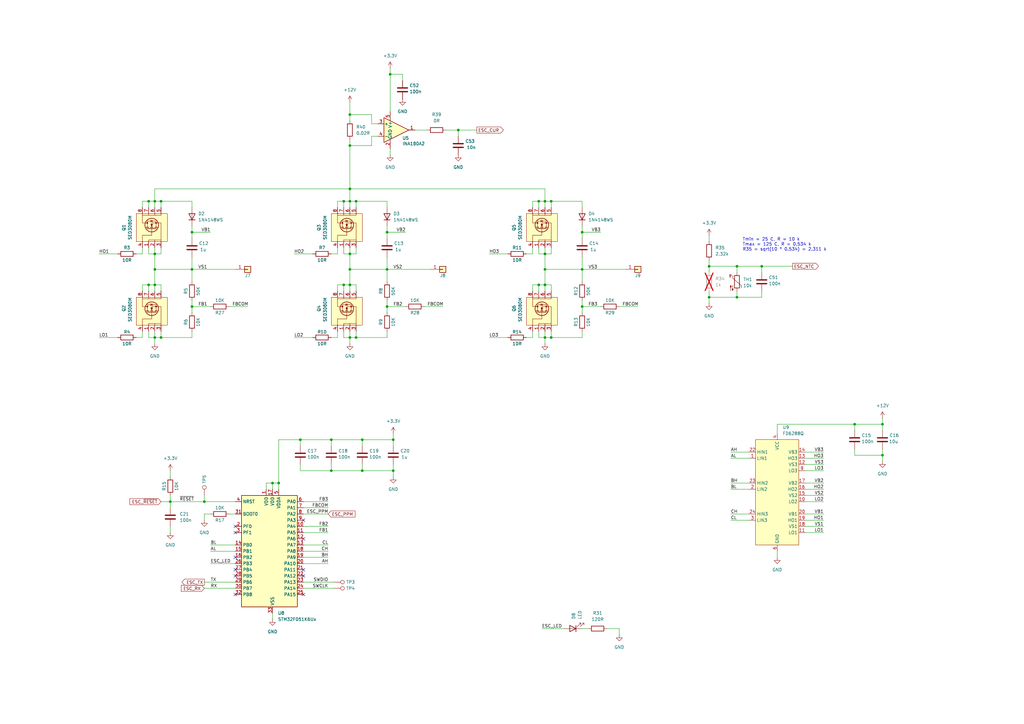
<source format=kicad_sch>
(kicad_sch (version 20231120) (generator "eeschema") (generator_version "8.0")
  (paper "A3")
  (lib_symbols
    (symbol "Amplifier_Current:INA180A2" (pin_names (offset 0.127))
      (property "Reference" "U" (at 3.81 3.81 0))
      (property "Value" "INA180A2" (at 3.81 -2.54 0))
      (symbol "INA180A2_1_1"
        (pin output line (at 7.62 0 180) (length 2.54) (name "~") (number "1"))
        (pin power_in line (at -2.54 -7.62 90) (length 3.81) (name "GND") (number "2"))
        (pin input line (at -7.62 2.54 0) (length 2.54) (name "+") (number "3"))
        (pin input line (at -7.62 -2.54 0) (length 2.54) (name "-") (number "4"))
        (pin power_in line (at -2.54 7.62 270) (length 3.81) (name "V+") (number "5"))
      )
    )
    (symbol "Connector:TestPoint" (pin_numbers hide) (pin_names (offset 0.762) hide)
      (property "Reference" "TP" (at 0 6.858 0))
      (property "Value" "TestPoint" (at 0 5.08 0))
      (symbol "TestPoint_1_1"
        (pin passive line (at 0 0 90) (length 2.54) (name "1") (number "1"))
      )
    )
    (symbol "Connector_Generic:Conn_01x01" (pin_names (offset 1.016) hide)
      (property "Reference" "J" (at 0 2.54 0))
      (property "Value" "Conn_01x01" (at 0 -2.54 0))
      (symbol "Conn_01x01_1_1"
        (pin passive line (at -5.08 0 0) (length 3.81) (name "Pin_1") (number "1"))
      )
    )
    (symbol "Device:C" (pin_numbers hide) (pin_names (offset 0.254))
      (property "Reference" "C" (at 0.635 2.54 0))
      (property "Value" "C" (at 0.635 -2.54 0))
      (symbol "C_1_1"
        (pin passive line (at 0 3.81 270) (length 2.794) (name "~") (number "1"))
        (pin passive line (at 0 -3.81 90) (length 2.794) (name "~") (number "2"))
      )
    )
    (symbol "Device:LED" (pin_numbers hide) (pin_names (offset 1.016) hide)
      (property "Reference" "D" (at 0 2.54 0))
      (property "Value" "LED" (at 0 -2.54 0))
      (symbol "LED_1_1"
        (pin passive line (at -3.81 0 0) (length 2.54) (name "K") (number "1"))
        (pin passive line (at 3.81 0 180) (length 2.54) (name "A") (number "2"))
      )
    )
    (symbol "Device:R" (pin_numbers hide) (pin_names (offset 0))
      (property "Reference" "R" (at 2.032 0 90))
      (property "Value" "R" (at 0 0 90))
      (symbol "R_1_1"
        (pin passive line (at 0 3.81 270) (length 1.27) (name "~") (number "1"))
        (pin passive line (at 0 -3.81 90) (length 1.27) (name "~") (number "2"))
      )
    )
    (symbol "Device:Thermistor_NTC" (pin_numbers hide) (pin_names (offset 0))
      (property "Reference" "TH" (at -4.445 0 90))
      (property "Value" "Thermistor_NTC" (at 3.175 0 90))
      (symbol "Thermistor_NTC_1_1"
        (pin passive line (at 0 3.81 270) (length 1.27) (name "~") (number "1"))
        (pin passive line (at 0 -3.81 90) (length 1.27) (name "~") (number "2"))
      )
    )
    (symbol "Diode:1N4148WS" (pin_numbers hide) (pin_names hide)
      (property "Reference" "D" (at 0 2.54 0))
      (property "Value" "1N4148WS" (at 0 -2.54 0))
      (symbol "1N4148WS_1_1"
        (pin passive line (at -3.81 0 0) (length 2.54) (name "K") (number "1"))
        (pin passive line (at 3.81 0 180) (length 2.54) (name "A") (number "2"))
      )
    )
    (symbol "MCU_ST_STM32F0:STM32F051K6Ux"
      (property "Reference" "U" (at -10.16 24.13 0))
      (property "Value" "STM32F051K6Ux" (at 7.62 24.13 0))
      (symbol "STM32F051K6Ux_1_1"
        (pin power_in line (at 0 25.4 270) (length 2.54) (name "VDD") (number "1"))
        (pin bidirectional line (at 15.24 10.16 180) (length 2.54) (name "PA4") (number "10"))
        (pin bidirectional line (at 15.24 7.62 180) (length 2.54) (name "PA5") (number "11"))
        (pin bidirectional line (at 15.24 5.08 180) (length 2.54) (name "PA6") (number "12"))
        (pin bidirectional line (at 15.24 2.54 180) (length 2.54) (name "PA7") (number "13"))
        (pin bidirectional line (at -12.7 2.54 0) (length 2.54) (name "PB0") (number "14"))
        (pin bidirectional line (at -12.7 0 0) (length 2.54) (name "PB1") (number "15"))
        (pin bidirectional line (at -12.7 -2.54 0) (length 2.54) (name "PB2") (number "16"))
        (pin power_in line (at 2.54 25.4 270) (length 2.54) (name "VDD") (number "17"))
        (pin bidirectional line (at 15.24 0 180) (length 2.54) (name "PA8") (number "18"))
        (pin bidirectional line (at 15.24 -2.54 180) (length 2.54) (name "PA9") (number "19"))
        (pin bidirectional line (at -12.7 10.16 0) (length 2.54) (name "PF0") (number "2"))
        (pin bidirectional line (at 15.24 -5.08 180) (length 2.54) (name "PA10") (number "20"))
        (pin bidirectional line (at 15.24 -7.62 180) (length 2.54) (name "PA11") (number "21"))
        (pin bidirectional line (at 15.24 -10.16 180) (length 2.54) (name "PA12") (number "22"))
        (pin bidirectional line (at 15.24 -12.7 180) (length 2.54) (name "PA13") (number "23"))
        (pin bidirectional line (at 15.24 -15.24 180) (length 2.54) (name "PA14") (number "24"))
        (pin bidirectional line (at 15.24 -17.78 180) (length 2.54) (name "PA15") (number "25"))
        (pin bidirectional line (at -12.7 -5.08 0) (length 2.54) (name "PB3") (number "26"))
        (pin bidirectional line (at -12.7 -7.62 0) (length 2.54) (name "PB4") (number "27"))
        (pin bidirectional line (at -12.7 -10.16 0) (length 2.54) (name "PB5") (number "28"))
        (pin bidirectional line (at -12.7 -12.7 0) (length 2.54) (name "PB6") (number "29"))
        (pin bidirectional line (at -12.7 7.62 0) (length 2.54) (name "PF1") (number "3"))
        (pin bidirectional line (at -12.7 -15.24 0) (length 2.54) (name "PB7") (number "30"))
        (pin input line (at -12.7 15.24 0) (length 2.54) (name "BOOT0") (number "31"))
        (pin bidirectional line (at -12.7 -17.78 0) (length 2.54) (name "PB8") (number "32"))
        (pin power_in line (at 2.54 -25.4 90) (length 2.54) (name "VSS") (number "33"))
        (pin input line (at -12.7 20.32 0) (length 2.54) (name "NRST") (number "4"))
        (pin power_in line (at 5.08 25.4 270) (length 2.54) (name "VDDA") (number "5"))
        (pin bidirectional line (at 15.24 20.32 180) (length 2.54) (name "PA0") (number "6"))
        (pin bidirectional line (at 15.24 17.78 180) (length 2.54) (name "PA1") (number "7"))
        (pin bidirectional line (at 15.24 15.24 180) (length 2.54) (name "PA2") (number "8"))
        (pin bidirectional line (at 15.24 12.7 180) (length 2.54) (name "PA3") (number "9"))
      )
    )
    (symbol "dancollins:FD6288Q"
      (property "Reference" "U" (at 5.334 -25.4 0))
      (property "Value" "FD6288Q" (at 8.636 -28.194 0))
      (symbol "FD6288Q_1_1"
        (pin input line (at -11.43 12.7 0) (length 2.54) (name "LIN1") (number "1"))
        (pin output line (at 11.43 -5.08 180) (length 2.54) (name "LO2") (number "10"))
        (pin output line (at 11.43 -17.78 180) (length 2.54) (name "LO1") (number "11"))
        (pin passive line (at 11.43 10.16 180) (length 2.54) (name "VS3") (number "12"))
        (pin output line (at 11.43 12.7 180) (length 2.54) (name "HO3") (number "13"))
        (pin passive line (at 11.43 15.24 180) (length 2.54) (name "VB3") (number "14"))
        (pin passive line (at 11.43 -2.54 180) (length 2.54) (name "VS2") (number "15"))
        (pin output line (at 11.43 0 180) (length 2.54) (name "HO2") (number "16"))
        (pin passive line (at 11.43 2.54 180) (length 2.54) (name "VB2") (number "17"))
        (pin passive line (at 11.43 -15.24 180) (length 2.54) (name "VS1") (number "18"))
        (pin output line (at 11.43 -12.7 180) (length 2.54) (name "HO1") (number "19"))
        (pin input line (at -11.43 0 0) (length 2.54) (name "LIN2") (number "2"))
        (pin passive line (at 11.43 -10.16 180) (length 2.54) (name "VB1") (number "20"))
        (pin input line (at -11.43 15.24 0) (length 2.54) (name "HIN1") (number "22"))
        (pin input line (at -11.43 2.54 0) (length 2.54) (name "HIN2") (number "23"))
        (pin input line (at -11.43 -10.16 0) (length 2.54) (name "HIN3") (number "24"))
        (pin power_in line (at 0 -25.4 90) (length 2.54) hide (name "GND") (number "25"))
        (pin input line (at -11.43 -12.7 0) (length 2.54) (name "LIN3") (number "3"))
        (pin power_in line (at 0 22.86 270) (length 2.54) (name "VCC") (number "4"))
        (pin power_in line (at 0 -25.4 90) (length 2.54) (name "GND") (number "6"))
        (pin output line (at 11.43 7.62 180) (length 2.54) (name "LO3") (number "9"))
      )
    )
    (symbol "dancollins:SED3080M"
      (property "Reference" "Q" (at -5.588 -9.144 0))
      (property "Value" "SED3080M" (at -1.524 -11.684 0))
      (symbol "SED3080M_1_1"
        (pin passive line (at -10.16 0 0) (length 2.54) (name "S") (number "1"))
        (pin passive line (at -10.16 -2.54 0) (length 2.54) (name "S") (number "2"))
        (pin passive line (at -10.16 -5.08 0) (length 2.54) (name "S") (number "3"))
        (pin input line (at -10.16 2.54 0) (length 2.54) (name "G") (number "4"))
        (pin passive line (at 6.35 -5.08 180) (length 2.54) (name "D") (number "5"))
        (pin passive line (at 6.35 -2.54 180) (length 2.54) (name "D") (number "6"))
        (pin passive line (at 6.35 0 180) (length 2.54) (name "D") (number "7"))
        (pin passive line (at 6.35 2.54 180) (length 2.54) (name "D") (number "8"))
      )
    )
    (symbol "power:+12V" (power) (pin_numbers hide) (pin_names (offset 0) hide)
      (property "Value" "+12V" (at 0 3.556 0))
      (symbol "+12V_1_1"
        (pin power_in line (at 0 0 90) (length 0) (name "~") (number "1"))
      )
    )
    (symbol "power:+3.3V" (power) (pin_numbers hide) (pin_names (offset 0) hide)
      (property "Value" "+3.3V" (at 0 3.556 0))
      (symbol "+3.3V_1_1"
        (pin power_in line (at 0 0 90) (length 0) (name "~") (number "1"))
      )
    )
    (symbol "power:GND" (power) (pin_numbers hide) (pin_names (offset 0) hide)
      (property "Value" "GND" (at 0 -3.81 0))
      (symbol "GND_1_1"
        (pin power_in line (at 0 0 270) (length 0) (name "~") (number "1"))
      )
    )
  )
  (junction (at 223.52 104.14))
  (junction (at 143.51 77.47))
  (junction (at 187.96 53.34))
  (junction (at 148.59 180.34))
  (junction (at 220.98 82.55))
  (junction (at 78.74 95.25))
  (junction (at 60.96 116.84))
  (junction (at 290.83 121.92))
  (junction (at 63.5 138.43))
  (junction (at 143.51 138.43))
  (junction (at 140.97 82.55))
  (junction (at 223.52 82.55))
  (junction (at 66.04 82.55))
  (junction (at 148.59 193.04))
  (junction (at 143.51 116.84))
  (junction (at 302.26 109.22))
  (junction (at 140.97 116.84))
  (junction (at 63.5 116.84))
  (junction (at 143.51 104.14))
  (junction (at 63.5 104.14))
  (junction (at 350.52 173.99))
  (junction (at 223.52 110.49))
  (junction (at 161.29 193.04))
  (junction (at 158.75 110.49))
  (junction (at 220.98 116.84))
  (junction (at 223.52 138.43))
  (junction (at 146.05 138.43))
  (junction (at 123.19 180.34))
  (junction (at 238.76 95.25))
  (junction (at 83.82 205.74))
  (junction (at 135.89 180.34))
  (junction (at 69.85 205.74))
  (junction (at 78.74 125.73))
  (junction (at 143.51 46.99))
  (junction (at 223.52 116.84))
  (junction (at 135.89 193.04))
  (junction (at 161.29 180.34))
  (junction (at 158.75 95.25))
  (junction (at 146.05 82.55))
  (junction (at 63.5 110.49))
  (junction (at 302.26 121.92))
  (junction (at 238.76 110.49))
  (junction (at 114.3 198.12))
  (junction (at 143.51 82.55))
  (junction (at 361.95 173.99))
  (junction (at 60.96 82.55))
  (junction (at 361.95 186.69))
  (junction (at 143.51 110.49))
  (junction (at 111.76 198.12))
  (junction (at 143.51 59.69))
  (junction (at 312.42 109.22))
  (junction (at 226.06 82.55))
  (junction (at 290.83 109.22))
  (junction (at 63.5 82.55))
  (junction (at 238.76 125.73))
  (junction (at 158.75 125.73))
  (junction (at 66.04 138.43))
  (junction (at 160.02 30.48))
  (junction (at 226.06 138.43))
  (junction (at 78.74 110.49))
  (no_connect (at 124.46 233.68))
  (no_connect (at 96.52 228.6))
  (no_connect (at 96.52 243.84))
  (no_connect (at 96.52 215.9))
  (no_connect (at 124.46 236.22))
  (no_connect (at 124.46 213.36))
  (no_connect (at 96.52 236.22))
  (no_connect (at 124.46 243.84))
  (no_connect (at 96.52 218.44))
  (no_connect (at 124.46 220.98))
  (no_connect (at 96.52 233.68))
  (wire (pts (xy 160.02 60.96) (xy 160.02 63.5)))
  (wire (pts (xy 220.98 101.6) (xy 220.98 104.14)))
  (wire (pts (xy 220.98 82.55) (xy 220.98 85.09)))
  (wire (pts (xy 55.88 104.14) (xy 58.42 104.14)))
  (wire (pts (xy 223.52 138.43) (xy 223.52 140.97)))
  (wire (pts (xy 220.98 138.43) (xy 223.52 138.43)))
  (wire (pts (xy 254 257.81) (xy 254 260.35)))
  (wire (pts (xy 78.74 138.43) (xy 78.74 135.89)))
  (wire (pts (xy 135.89 138.43) (xy 138.43 138.43)))
  (wire (pts (xy 158.75 105.41) (xy 158.75 110.49)))
  (wire (pts (xy 238.76 110.49) (xy 256.54 110.49)))
  (wire (pts (xy 361.95 171.45) (xy 361.95 173.99)))
  (wire (pts (xy 146.05 82.55) (xy 158.75 82.55)))
  (wire (pts (xy 330.2 187.96) (xy 337.82 187.96)))
  (wire (pts (xy 226.06 135.89) (xy 226.06 138.43)))
  (wire (pts (xy 330.2 205.74) (xy 337.82 205.74)))
  (wire (pts (xy 299.72 198.12) (xy 307.34 198.12)))
  (wire (pts (xy 165.1 33.02) (xy 165.1 30.48)))
  (wire (pts (xy 143.51 101.6) (xy 143.51 104.14)))
  (wire (pts (xy 148.59 190.5) (xy 148.59 193.04)))
  (wire (pts (xy 140.97 104.14) (xy 143.51 104.14)))
  (wire (pts (xy 143.51 110.49) (xy 143.51 104.14)))
  (wire (pts (xy 111.76 251.46) (xy 111.76 254)))
  (wire (pts (xy 330.2 185.42) (xy 337.82 185.42)))
  (wire (pts (xy 143.51 135.89) (xy 143.51 138.43)))
  (wire (pts (xy 123.19 190.5) (xy 123.19 193.04)))
  (wire (pts (xy 223.52 116.84) (xy 223.52 119.38)))
  (wire (pts (xy 109.22 198.12) (xy 111.76 198.12)))
  (wire (pts (xy 83.82 238.76) (xy 96.52 238.76)))
  (wire (pts (xy 158.75 110.49) (xy 176.53 110.49)))
  (wire (pts (xy 60.96 135.89) (xy 60.96 138.43)))
  (wire (pts (xy 63.5 110.49) (xy 63.5 104.14)))
  (wire (pts (xy 124.46 210.82) (xy 134.62 210.82)))
  (wire (pts (xy 290.83 109.22) (xy 290.83 111.76)))
  (wire (pts (xy 299.72 213.36) (xy 307.34 213.36)))
  (wire (pts (xy 60.96 104.14) (xy 63.5 104.14)))
  (wire (pts (xy 238.76 125.73) (xy 246.38 125.73)))
  (wire (pts (xy 158.75 95.25) (xy 166.37 95.25)))
  (wire (pts (xy 290.83 119.38) (xy 290.83 121.92)))
  (wire (pts (xy 154.94 55.88) (xy 152.4 55.88)))
  (wire (pts (xy 299.72 210.82) (xy 307.34 210.82)))
  (wire (pts (xy 63.5 116.84) (xy 66.04 116.84)))
  (wire (pts (xy 248.92 257.81) (xy 254 257.81)))
  (wire (pts (xy 58.42 104.14) (xy 58.42 101.6)))
  (wire (pts (xy 238.76 82.55) (xy 238.76 85.09)))
  (wire (pts (xy 302.26 121.92) (xy 290.83 121.92)))
  (wire (pts (xy 223.52 110.49) (xy 223.52 104.14)))
  (wire (pts (xy 158.75 125.73) (xy 166.37 125.73)))
  (wire (pts (xy 143.51 104.14) (xy 146.05 104.14)))
  (wire (pts (xy 124.46 238.76) (xy 137.16 238.76)))
  (wire (pts (xy 182.88 53.34) (xy 187.96 53.34)))
  (wire (pts (xy 60.96 116.84) (xy 60.96 119.38)))
  (wire (pts (xy 58.42 85.09) (xy 58.42 82.55)))
  (wire (pts (xy 143.51 116.84) (xy 143.51 119.38)))
  (wire (pts (xy 60.96 82.55) (xy 63.5 82.55)))
  (wire (pts (xy 165.1 30.48) (xy 160.02 30.48)))
  (wire (pts (xy 124.46 218.44) (xy 134.62 218.44)))
  (wire (pts (xy 290.83 121.92) (xy 290.83 124.46)))
  (wire (pts (xy 86.36 231.14) (xy 96.52 231.14)))
  (wire (pts (xy 330.2 190.5) (xy 337.82 190.5)))
  (wire (pts (xy 152.4 50.8) (xy 152.4 46.99)))
  (wire (pts (xy 299.72 187.96) (xy 307.34 187.96)))
  (wire (pts (xy 148.59 180.34) (xy 148.59 182.88)))
  (wire (pts (xy 158.75 125.73) (xy 158.75 128.27)))
  (wire (pts (xy 78.74 105.41) (xy 78.74 110.49)))
  (wire (pts (xy 78.74 125.73) (xy 86.36 125.73)))
  (wire (pts (xy 290.83 96.52) (xy 290.83 99.06)))
  (wire (pts (xy 58.42 119.38) (xy 58.42 116.84)))
  (wire (pts (xy 143.51 41.91) (xy 143.51 46.99)))
  (wire (pts (xy 220.98 135.89) (xy 220.98 138.43)))
  (wire (pts (xy 330.2 213.36) (xy 337.82 213.36)))
  (wire (pts (xy 223.52 82.55) (xy 226.06 82.55)))
  (wire (pts (xy 138.43 104.14) (xy 138.43 101.6)))
  (wire (pts (xy 200.66 104.14) (xy 208.28 104.14)))
  (wire (pts (xy 299.72 185.42) (xy 307.34 185.42)))
  (wire (pts (xy 218.44 119.38) (xy 218.44 116.84)))
  (wire (pts (xy 152.4 55.88) (xy 152.4 59.69)))
  (wire (pts (xy 226.06 101.6) (xy 226.06 104.14)))
  (wire (pts (xy 330.2 200.66) (xy 337.82 200.66)))
  (wire (pts (xy 302.26 109.22) (xy 302.26 111.76)))
  (wire (pts (xy 143.51 138.43) (xy 143.51 140.97)))
  (wire (pts (xy 60.96 101.6) (xy 60.96 104.14)))
  (wire (pts (xy 200.66 138.43) (xy 208.28 138.43)))
  (wire (pts (xy 226.06 82.55) (xy 238.76 82.55)))
  (wire (pts (xy 148.59 193.04) (xy 161.29 193.04)))
  (wire (pts (xy 78.74 95.25) (xy 86.36 95.25)))
  (wire (pts (xy 350.52 186.69) (xy 361.95 186.69)))
  (wire (pts (xy 66.04 82.55) (xy 78.74 82.55)))
  (wire (pts (xy 78.74 82.55) (xy 78.74 85.09)))
  (wire (pts (xy 124.46 223.52) (xy 134.62 223.52)))
  (wire (pts (xy 60.96 82.55) (xy 60.96 85.09)))
  (wire (pts (xy 222.25 257.81) (xy 231.14 257.81)))
  (wire (pts (xy 220.98 82.55) (xy 223.52 82.55)))
  (wire (pts (xy 63.5 82.55) (xy 66.04 82.55)))
  (wire (pts (xy 63.5 138.43) (xy 63.5 140.97)))
  (wire (pts (xy 69.85 205.74) (xy 69.85 208.28)))
  (wire (pts (xy 160.02 27.94) (xy 160.02 30.48)))
  (wire (pts (xy 312.42 109.22) (xy 325.12 109.22)))
  (wire (pts (xy 78.74 110.49) (xy 78.74 115.57)))
  (wire (pts (xy 69.85 205.74) (xy 83.82 205.74)))
  (wire (pts (xy 143.51 77.47) (xy 143.51 82.55)))
  (wire (pts (xy 238.76 95.25) (xy 246.38 95.25)))
  (wire (pts (xy 187.96 53.34) (xy 195.58 53.34)))
  (wire (pts (xy 290.83 109.22) (xy 302.26 109.22)))
  (wire (pts (xy 218.44 138.43) (xy 218.44 135.89)))
  (wire (pts (xy 66.04 205.74) (xy 69.85 205.74)))
  (wire (pts (xy 135.89 193.04) (xy 148.59 193.04)))
  (wire (pts (xy 143.51 138.43) (xy 146.05 138.43)))
  (wire (pts (xy 123.19 193.04) (xy 135.89 193.04)))
  (wire (pts (xy 143.51 110.49) (xy 143.51 116.84)))
  (wire (pts (xy 220.98 116.84) (xy 220.98 119.38)))
  (wire (pts (xy 218.44 104.14) (xy 218.44 101.6)))
  (wire (pts (xy 63.5 116.84) (xy 63.5 119.38)))
  (wire (pts (xy 83.82 210.82) (xy 83.82 213.36)))
  (wire (pts (xy 158.75 110.49) (xy 158.75 115.57)))
  (wire (pts (xy 55.88 138.43) (xy 58.42 138.43)))
  (wire (pts (xy 158.75 95.25) (xy 158.75 97.79)))
  (wire (pts (xy 138.43 138.43) (xy 138.43 135.89)))
  (wire (pts (xy 312.42 109.22) (xy 312.42 111.76)))
  (wire (pts (xy 63.5 110.49) (xy 78.74 110.49)))
  (wire (pts (xy 238.76 95.25) (xy 238.76 97.79)))
  (wire (pts (xy 138.43 85.09) (xy 138.43 82.55)))
  (wire (pts (xy 63.5 110.49) (xy 63.5 116.84)))
  (wire (pts (xy 161.29 177.8) (xy 161.29 180.34)))
  (wire (pts (xy 86.36 226.06) (xy 96.52 226.06)))
  (wire (pts (xy 120.65 104.14) (xy 128.27 104.14)))
  (wire (pts (xy 143.51 110.49) (xy 158.75 110.49)))
  (wire (pts (xy 124.46 241.3) (xy 137.16 241.3)))
  (wire (pts (xy 318.77 173.99) (xy 350.52 173.99)))
  (wire (pts (xy 66.04 116.84) (xy 66.04 119.38)))
  (wire (pts (xy 146.05 135.89) (xy 146.05 138.43)))
  (wire (pts (xy 60.96 138.43) (xy 63.5 138.43)))
  (wire (pts (xy 135.89 190.5) (xy 135.89 193.04)))
  (wire (pts (xy 290.83 106.68) (xy 290.83 109.22)))
  (wire (pts (xy 152.4 59.69) (xy 143.51 59.69)))
  (wire (pts (xy 143.51 82.55) (xy 146.05 82.55)))
  (wire (pts (xy 114.3 180.34) (xy 123.19 180.34)))
  (wire (pts (xy 146.05 82.55) (xy 146.05 85.09)))
  (wire (pts (xy 135.89 104.14) (xy 138.43 104.14)))
  (wire (pts (xy 152.4 46.99) (xy 143.51 46.99)))
  (wire (pts (xy 66.04 82.55) (xy 66.04 85.09)))
  (wire (pts (xy 218.44 116.84) (xy 220.98 116.84)))
  (wire (pts (xy 140.97 101.6) (xy 140.97 104.14)))
  (wire (pts (xy 124.46 228.6) (xy 134.62 228.6)))
  (wire (pts (xy 146.05 116.84) (xy 146.05 119.38)))
  (wire (pts (xy 69.85 215.9) (xy 69.85 218.44)))
  (wire (pts (xy 330.2 215.9) (xy 337.82 215.9)))
  (wire (pts (xy 58.42 116.84) (xy 60.96 116.84)))
  (wire (pts (xy 78.74 125.73) (xy 78.74 128.27)))
  (wire (pts (xy 146.05 138.43) (xy 158.75 138.43)))
  (wire (pts (xy 330.2 218.44) (xy 337.82 218.44)))
  (wire (pts (xy 218.44 85.09) (xy 218.44 82.55)))
  (wire (pts (xy 226.06 138.43) (xy 238.76 138.43)))
  (wire (pts (xy 215.9 104.14) (xy 218.44 104.14)))
  (wire (pts (xy 123.19 182.88) (xy 123.19 180.34)))
  (wire (pts (xy 238.76 110.49) (xy 238.76 115.57)))
  (wire (pts (xy 161.29 180.34) (xy 161.29 182.88)))
  (wire (pts (xy 218.44 82.55) (xy 220.98 82.55)))
  (wire (pts (xy 143.51 82.55) (xy 143.51 85.09)))
  (wire (pts (xy 238.76 105.41) (xy 238.76 110.49)))
  (wire (pts (xy 330.2 210.82) (xy 337.82 210.82)))
  (wire (pts (xy 40.64 138.43) (xy 48.26 138.43)))
  (wire (pts (xy 111.76 200.66) (xy 111.76 198.12)))
  (wire (pts (xy 63.5 138.43) (xy 66.04 138.43)))
  (wire (pts (xy 361.95 173.99) (xy 361.95 176.53)))
  (wire (pts (xy 40.64 104.14) (xy 48.26 104.14)))
  (wire (pts (xy 124.46 205.74) (xy 134.62 205.74)))
  (wire (pts (xy 143.51 77.47) (xy 223.52 77.47)))
  (wire (pts (xy 66.04 138.43) (xy 78.74 138.43)))
  (wire (pts (xy 158.75 82.55) (xy 158.75 85.09)))
  (wire (pts (xy 140.97 82.55) (xy 140.97 85.09)))
  (wire (pts (xy 173.99 125.73) (xy 181.61 125.73)))
  (wire (pts (xy 361.95 184.15) (xy 361.95 186.69)))
  (wire (pts (xy 66.04 135.89) (xy 66.04 138.43)))
  (wire (pts (xy 86.36 210.82) (xy 83.82 210.82)))
  (wire (pts (xy 69.85 203.2) (xy 69.85 205.74)))
  (wire (pts (xy 143.51 57.15) (xy 143.51 59.69)))
  (wire (pts (xy 135.89 180.34) (xy 148.59 180.34)))
  (wire (pts (xy 78.74 110.49) (xy 96.52 110.49)))
  (wire (pts (xy 69.85 193.04) (xy 69.85 195.58)))
  (wire (pts (xy 158.75 138.43) (xy 158.75 135.89)))
  (wire (pts (xy 78.74 95.25) (xy 78.74 97.79)))
  (wire (pts (xy 318.77 226.06) (xy 318.77 228.6)))
  (wire (pts (xy 138.43 116.84) (xy 140.97 116.84)))
  (wire (pts (xy 143.51 116.84) (xy 146.05 116.84)))
  (wire (pts (xy 223.52 82.55) (xy 223.52 85.09)))
  (wire (pts (xy 138.43 82.55) (xy 140.97 82.55)))
  (wire (pts (xy 158.75 123.19) (xy 158.75 125.73)))
  (wire (pts (xy 140.97 82.55) (xy 143.51 82.55)))
  (wire (pts (xy 220.98 104.14) (xy 223.52 104.14)))
  (wire (pts (xy 238.76 92.71) (xy 238.76 95.25)))
  (wire (pts (xy 143.51 46.99) (xy 143.51 49.53)))
  (wire (pts (xy 93.98 125.73) (xy 101.6 125.73)))
  (wire (pts (xy 254 125.73) (xy 261.62 125.73)))
  (wire (pts (xy 93.98 210.82) (xy 96.52 210.82)))
  (wire (pts (xy 83.82 205.74) (xy 96.52 205.74)))
  (wire (pts (xy 223.52 135.89) (xy 223.52 138.43)))
  (wire (pts (xy 63.5 82.55) (xy 63.5 85.09)))
  (wire (pts (xy 223.52 104.14) (xy 226.06 104.14)))
  (wire (pts (xy 148.59 180.34) (xy 161.29 180.34)))
  (wire (pts (xy 58.42 82.55) (xy 60.96 82.55)))
  (wire (pts (xy 143.51 59.69) (xy 143.51 77.47)))
  (wire (pts (xy 140.97 116.84) (xy 143.51 116.84)))
  (wire (pts (xy 123.19 180.34) (xy 135.89 180.34)))
  (wire (pts (xy 215.9 138.43) (xy 218.44 138.43)))
  (wire (pts (xy 238.76 123.19) (xy 238.76 125.73)))
  (wire (pts (xy 223.52 116.84) (xy 226.06 116.84)))
  (wire (pts (xy 302.26 119.38) (xy 302.26 121.92)))
  (wire (pts (xy 330.2 198.12) (xy 337.82 198.12)))
  (wire (pts (xy 312.42 119.38) (xy 312.42 121.92)))
  (wire (pts (xy 302.26 109.22) (xy 312.42 109.22)))
  (wire (pts (xy 330.2 203.2) (xy 337.82 203.2)))
  (wire (pts (xy 226.06 116.84) (xy 226.06 119.38)))
  (wire (pts (xy 63.5 135.89) (xy 63.5 138.43)))
  (wire (pts (xy 361.95 186.69) (xy 361.95 189.23)))
  (wire (pts (xy 223.52 138.43) (xy 226.06 138.43)))
  (wire (pts (xy 312.42 121.92) (xy 302.26 121.92)))
  (wire (pts (xy 158.75 92.71) (xy 158.75 95.25)))
  (wire (pts (xy 223.52 110.49) (xy 223.52 116.84)))
  (wire (pts (xy 124.46 208.28) (xy 134.62 208.28)))
  (wire (pts (xy 63.5 104.14) (xy 66.04 104.14)))
  (wire (pts (xy 330.2 193.04) (xy 337.82 193.04)))
  (wire (pts (xy 109.22 200.66) (xy 109.22 198.12)))
  (wire (pts (xy 361.95 173.99) (xy 350.52 173.99)))
  (wire (pts (xy 146.05 101.6) (xy 146.05 104.14)))
  (wire (pts (xy 58.42 138.43) (xy 58.42 135.89)))
  (wire (pts (xy 60.96 116.84) (xy 63.5 116.84)))
  (wire (pts (xy 238.76 125.73) (xy 238.76 128.27)))
  (wire (pts (xy 114.3 198.12) (xy 114.3 180.34)))
  (wire (pts (xy 78.74 92.71) (xy 78.74 95.25)))
  (wire (pts (xy 114.3 200.66) (xy 114.3 198.12)))
  (wire (pts (xy 140.97 116.84) (xy 140.97 119.38)))
  (wire (pts (xy 223.52 77.47) (xy 223.52 82.55)))
  (wire (pts (xy 350.52 173.99) (xy 350.52 176.53)))
  (wire (pts (xy 160.02 30.48) (xy 160.02 45.72)))
  (wire (pts (xy 223.52 110.49) (xy 238.76 110.49)))
  (wire (pts (xy 170.18 53.34) (xy 175.26 53.34)))
  (wire (pts (xy 83.82 241.3) (xy 96.52 241.3)))
  (wire (pts (xy 124.46 226.06) (xy 134.62 226.06)))
  (wire (pts (xy 318.77 173.99) (xy 318.77 177.8)))
  (wire (pts (xy 124.46 215.9) (xy 134.62 215.9)))
  (wire (pts (xy 78.74 123.19) (xy 78.74 125.73)))
  (wire (pts (xy 111.76 198.12) (xy 114.3 198.12)))
  (wire (pts (xy 154.94 50.8) (xy 152.4 50.8)))
  (wire (pts (xy 140.97 135.89) (xy 140.97 138.43)))
  (wire (pts (xy 238.76 138.43) (xy 238.76 135.89)))
  (wire (pts (xy 120.65 138.43) (xy 128.27 138.43)))
  (wire (pts (xy 86.36 223.52) (xy 96.52 223.52)))
  (wire (pts (xy 161.29 190.5) (xy 161.29 193.04)))
  (wire (pts (xy 161.29 193.04) (xy 161.29 195.58)))
  (wire (pts (xy 83.82 203.2) (xy 83.82 205.74)))
  (wire (pts (xy 226.06 82.55) (xy 226.06 85.09)))
  (wire (pts (xy 238.76 257.81) (xy 241.3 257.81)))
  (wire (pts (xy 187.96 53.34) (xy 187.96 55.88)))
  (wire (pts (xy 66.04 101.6) (xy 66.04 104.14)))
  (wire (pts (xy 138.43 119.38) (xy 138.43 116.84)))
  (wire (pts (xy 223.52 101.6) (xy 223.52 104.14)))
  (wire (pts (xy 299.72 200.66) (xy 307.34 200.66)))
  (wire (pts (xy 350.52 184.15) (xy 350.52 186.69)))
  (wire (pts (xy 220.98 116.84) (xy 223.52 116.84)))
  (wire (pts (xy 140.97 138.43) (xy 143.51 138.43)))
  (wire (pts (xy 135.89 180.34) (xy 135.89 182.88)))
  (wire (pts (xy 63.5 77.47) (xy 63.5 82.55)))
  (wire (pts (xy 124.46 231.14) (xy 134.62 231.14)))
  (wire (pts (xy 63.5 101.6) (xy 63.5 104.14)))
  (wire (pts (xy 63.5 77.47) (xy 143.51 77.47)))
  (text "Tmin = 25 C, R = 10 k\nTmax = 125 C, R = 0.534 k\nR35 = sqrt(10 * 0.534) = 2.311 k" (at 304.546 100.33 0) (effects (font (size 1.27 1.27)) (justify left)))
  (label "AH" (at 134.62 231.14 180))
  (label "VB3" (at 337.82 185.42 180))
  (label "VS3" (at 337.82 190.5 180))
  (label "HO3" (at 337.82 187.96 180))
  (label "VS3" (at 241.3 110.49 0))
  (label "ESC_PPM" (at 134.62 210.82 180))
  (label "HO3" (at 200.66 104.14 0))
  (label "VB3" (at 246.38 95.25 180))
  (label "LO2" (at 337.82 205.74 180))
  (label "FBCOM" (at 95.25 125.73 0))
  (label "FB1" (at 81.28 125.73 0))
  (label "FB3" (at 134.62 205.74 180))
  (label "AH" (at 299.72 185.42 0))
  (label "BH" (at 299.72 198.12 0))
  (label "LO1" (at 337.82 218.44 180))
  (label "VS2" (at 337.82 203.2 180))
  (label "HO2" (at 337.82 200.66 180))
  (label "VS1" (at 337.82 215.9 180))
  (label "FBCOM" (at 255.27 125.73 0))
  (label "VB2" (at 337.82 198.12 180))
  (label "BL" (at 86.36 223.52 0))
  (label "FBCOM" (at 175.26 125.73 0))
  (label "FBCOM" (at 134.62 208.28 180))
  (label "HO2" (at 120.65 104.14 0))
  (label "~{RESET}" (at 73.66 205.74 0))
  (label "VS2" (at 161.29 110.49 0))
  (label "LO3" (at 337.82 193.04 180))
  (label "FB3" (at 241.3 125.73 0))
  (label "LO2" (at 120.65 138.43 0))
  (label "CH" (at 134.62 226.06 180))
  (label "SWDIO" (at 134.62 238.76 180))
  (label "ESC_LED" (at 222.25 257.81 0))
  (label "SWCLK" (at 134.62 241.3 180))
  (label "BL" (at 299.72 200.66 0))
  (label "LO1" (at 40.64 138.43 0))
  (label "VS1" (at 81.28 110.49 0))
  (label "FB2" (at 134.62 215.9 180))
  (label "AL" (at 299.72 187.96 0))
  (label "VB1" (at 86.36 95.25 180))
  (label "HO1" (at 337.82 213.36 180))
  (label "FB2" (at 161.29 125.73 0))
  (label "CL" (at 299.72 213.36 0))
  (label "AL" (at 86.36 226.06 0))
  (label "RX" (at 86.36 241.3 0))
  (label "CL" (at 134.62 223.52 180))
  (label "LO3" (at 200.66 138.43 0))
  (label "CH" (at 299.72 210.82 0))
  (label "HO1" (at 40.64 104.14 0))
  (label "ESC_LED" (at 86.36 231.14 0))
  (label "TX" (at 86.36 238.76 0))
  (label "VB1" (at 337.82 210.82 180))
  (label "BH" (at 134.62 228.6 180))
  (label "VB2" (at 166.37 95.25 180))
  (label "FB1" (at 134.62 218.44 180))
  (global_label "ESC_TX" (shape output) (at 83.82 238.76 180) (property "Intersheetrefs" "${INTERSHEET_REFS}" (effects (hide yes))))
  (global_label "ESC_NTC" (shape output) (at 325.12 109.22 0) (property "Intersheetrefs" "${INTERSHEET_REFS}" (effects (hide yes))))
  (global_label "ESC_CUR" (shape output) (at 195.58 53.34 0) (property "Intersheetrefs" "${INTERSHEET_REFS}" (effects (hide yes))))
  (global_label "ESC_RX" (shape input) (at 83.82 241.3 180) (property "Intersheetrefs" "${INTERSHEET_REFS}" (effects (hide yes))))
  (global_label "ESC_~{RESET}" (shape input) (at 66.04 205.74 180) (property "Intersheetrefs" "${INTERSHEET_REFS}" (effects (hide yes))))
  (global_label "ESC_PPM" (shape input) (at 134.62 210.82 0) (property "Intersheetrefs" "${INTERSHEET_REFS}" (effects (hide yes))))
  (symbol (lib_id "power:GND") (at 254 260.35 0) (unit 1)
    (property "Reference" "#PWR086" (effects (hide yes)))
    (property "Value" "GND" (at 254 265.43 0))
    (property "Description" "Power symbol creates a global label with name \"GND\" , ground" (effects (hide yes)))
  )
  (symbol (lib_id "Device:R") (at 179.07 53.34 270) (unit 1)
    (property "Reference" "R39" (at 179.07 46.99 90))
    (property "Value" "0R" (at 179.07 49.53 90))
    (property "Footprint" "Resistor_SMD:R_0603_1608Metric" (effects (hide yes)))
    (property "Description" "Resistor" (effects (hide yes)))
    (property "LCSC" "C21189" (effects (hide yes)))
  )
  (symbol (lib_id "Device:R") (at 158.75 119.38 180) (unit 1)
    (property "Reference" "R8" (at 156.21 119.38 90))
    (property "Value" "50K" (at 161.29 119.38 90))
    (property "Footprint" "Resistor_SMD:R_0603_1608Metric" (effects (hide yes)))
    (property "Description" "Resistor" (effects (hide yes)))
    (property "LCSC" "C304067" (effects (hide yes)))
  )
  (symbol (lib_id "Device:C") (at 238.76 101.6 0) (unit 1)
    (property "Reference" "C14" (at 243.586 99.822 0))
    (property "Value" "1u" (at 243.332 102.362 0))
    (property "Footprint" "Capacitor_SMD:C_0603_1608Metric" (effects (hide yes)))
    (property "Description" "Unpolarized capacitor" (effects (hide yes)))
    (property "LCSC" "C29936" (effects (hide yes)))
  )
  (symbol (lib_id "power:GND") (at 290.83 124.46 0) (unit 1)
    (property "Reference" "#PWR085" (effects (hide yes)))
    (property "Value" "GND" (at 290.83 129.54 0))
    (property "Description" "Power symbol creates a global label with name \"GND\" , ground" (effects (hide yes)))
  )
  (symbol (lib_id "Diode:1N4148WS") (at 158.75 88.9 90) (unit 1)
    (property "Reference" "D3" (at 161.29 87.6299 90) (effects (justify right)))
    (property "Value" "1N4148WS" (at 161.29 90.1699 90) (effects (justify right)))
    (property "Footprint" "Diode_SMD:D_SOD-323" (effects (hide yes)))
    (property "Datasheet" "https://www.vishay.com/docs/85751/1n4148ws.pdf" (effects (hide yes)))
    (property "Description" "75V 0.15A Fast switching Diode, SOD-323" (effects (hide yes)))
    (property "Sim.Device" "D" (effects (hide yes)))
    (property "Sim.Pins" "1=K 2=A" (effects (hide yes)))
    (property "LCSC" "C435854" (effects (hide yes)))
  )
  (symbol (lib_id "Diode:1N4148WS") (at 78.74 88.9 90) (unit 1)
    (property "Reference" "D2" (at 81.28 87.6299 90) (effects (justify right)))
    (property "Value" "1N4148WS" (at 81.28 90.1699 90) (effects (justify right)))
    (property "Footprint" "Diode_SMD:D_SOD-323" (effects (hide yes)))
    (property "Datasheet" "https://www.vishay.com/docs/85751/1n4148ws.pdf" (effects (hide yes)))
    (property "Description" "75V 0.15A Fast switching Diode, SOD-323" (effects (hide yes)))
    (property "Sim.Device" "D" (effects (hide yes)))
    (property "Sim.Pins" "1=K 2=A" (effects (hide yes)))
    (property "LCSC" "C435854" (effects (hide yes)))
  )
  (symbol (lib_id "Device:R") (at 52.07 104.14 90) (unit 1)
    (property "Reference" "R3" (at 52.07 101.6 90))
    (property "Value" "10R" (at 52.07 106.68 90))
    (property "Footprint" "Resistor_SMD:R_0603_1608Metric" (effects (hide yes)))
    (property "Description" "Resistor" (effects (hide yes)))
    (property "LCSC" "C22859" (effects (hide yes)))
  )
  (symbol (lib_id "Device:C") (at 187.96 59.69 0) (unit 1)
    (property "Reference" "C53" (at 192.786 57.912 0))
    (property "Value" "10n" (at 193.294 60.452 0))
    (property "Footprint" "Capacitor_SMD:C_0603_1608Metric" (effects (hide yes)))
    (property "Description" "Unpolarized capacitor" (effects (hide yes)))
    (property "LCSC" "C1589" (effects (hide yes)))
  )
  (symbol (lib_id "Device:R") (at 158.75 132.08 180) (unit 1)
    (property "Reference" "R9" (at 156.21 132.08 90))
    (property "Value" "10K" (at 161.29 132.08 90))
    (property "Footprint" "Resistor_SMD:R_0603_1608Metric" (effects (hide yes)))
    (property "Description" "Resistor" (effects (hide yes)))
    (property "LCSC" "C25804" (effects (hide yes)))
  )
  (symbol (lib_id "Device:R") (at 250.19 125.73 270) (unit 1)
    (property "Reference" "R29" (at 250.19 128.27 90))
    (property "Value" "10K" (at 250.19 123.19 90))
    (property "Footprint" "Resistor_SMD:R_0603_1608Metric" (effects (hide yes)))
    (property "Description" "Resistor" (effects (hide yes)))
    (property "LCSC" "C25804" (effects (hide yes)))
  )
  (symbol (lib_id "Connector:TestPoint") (at 83.82 203.2 0) (unit 1)
    (property "Reference" "TP5" (at 83.82 196.596 90))
    (property "Value" "TestPoint" (effects (hide yes)))
    (property "Footprint" "TestPoint:TestPoint_Pad_D2.0mm" (effects (hide yes)))
    (property "Description" "test point" (effects (hide yes)))
  )
  (symbol (lib_id "power:+3.3V") (at 161.29 177.8 0) (unit 1)
    (property "Reference" "#PWR029" (effects (hide yes)))
    (property "Value" "+3.3V" (at 161.29 172.72 0))
    (property "Description" "Power symbol creates a global label with name \"+3.3V\"" (effects (hide yes)))
  )
  (symbol (lib_id "power:+3.3V") (at 69.85 193.04 0) (unit 1)
    (property "Reference" "#PWR034" (effects (hide yes)))
    (property "Value" "+3.3V" (at 69.85 187.96 0))
    (property "Description" "Power symbol creates a global label with name \"+3.3V\"" (effects (hide yes)))
  )
  (symbol (lib_id "power:GND") (at 160.02 63.5 0) (unit 1)
    (property "Reference" "#PWR031" (effects (hide yes)))
    (property "Value" "GND" (at 160.02 68.58 0))
    (property "Description" "Power symbol creates a global label with name \"GND\" , ground" (effects (hide yes)))
  )
  (symbol (lib_id "Device:R") (at 238.76 132.08 180) (unit 1)
    (property "Reference" "R13" (at 236.22 132.08 90))
    (property "Value" "10K" (at 241.3 132.08 90))
    (property "Footprint" "Resistor_SMD:R_0603_1608Metric" (effects (hide yes)))
    (property "Description" "Resistor" (effects (hide yes)))
    (property "LCSC" "C25804" (effects (hide yes)))
  )
  (symbol (lib_id "Device:R") (at 78.74 119.38 180) (unit 1)
    (property "Reference" "R5" (at 76.2 119.38 90))
    (property "Value" "50K" (at 81.28 119.38 90))
    (property "Footprint" "Resistor_SMD:R_0603_1608Metric" (effects (hide yes)))
    (property "Description" "Resistor" (effects (hide yes)))
    (property "LCSC" "C304067" (effects (hide yes)))
  )
  (symbol (lib_id "dancollins:SED3080M") (at 220.98 125.73 90) (unit 1)
    (property "Reference" "Q6" (at 210.82 126.492 0))
    (property "Value" "SED3080M" (at 213.36 127 0))
    (property "Footprint" "dancollins:DFN-8-SED3080M" (effects (hide yes)))
    (property "Datasheet" "https://www.lcsc.com/datasheet/lcsc_datasheet_1809131620_SINO-IC-SED3080M_C238667.pdf" (effects (hide yes)))
    (property "Description" "N-Channel Enhancement-Mode MOSFET" (effects (hide yes)))
    (property "LCSC" "C238667" (effects (hide yes)))
  )
  (symbol (lib_id "Device:R") (at 78.74 132.08 180) (unit 1)
    (property "Reference" "R6" (at 76.2 132.08 90))
    (property "Value" "10K" (at 81.28 132.08 90))
    (property "Footprint" "Resistor_SMD:R_0603_1608Metric" (effects (hide yes)))
    (property "Description" "Resistor" (effects (hide yes)))
    (property "LCSC" "C25804" (effects (hide yes)))
  )
  (symbol (lib_id "power:GND") (at 69.85 218.44 0) (unit 1)
    (property "Reference" "#PWR033" (effects (hide yes)))
    (property "Value" "GND" (at 69.85 223.52 0))
    (property "Description" "Power symbol creates a global label with name \"GND\" , ground" (effects (hide yes)))
  )
  (symbol (lib_id "power:GND") (at 318.77 228.6 0) (unit 1)
    (property "Reference" "#PWR026" (effects (hide yes)))
    (property "Value" "GND" (at 318.77 233.68 0))
    (property "Description" "Power symbol creates a global label with name \"GND\" , ground" (effects (hide yes)))
  )
  (symbol (lib_id "power:+12V") (at 361.95 171.45 0) (unit 1)
    (property "Reference" "#PWR025" (effects (hide yes)))
    (property "Value" "+12V" (at 361.95 166.37 0))
    (property "Description" "Power symbol creates a global label with name \"+12V\"" (effects (hide yes)))
  )
  (symbol (lib_id "Device:R") (at 238.76 119.38 180) (unit 1)
    (property "Reference" "R12" (at 236.22 119.38 90))
    (property "Value" "50K" (at 241.3 119.38 90))
    (property "Footprint" "Resistor_SMD:R_0603_1608Metric" (effects (hide yes)))
    (property "Description" "Resistor" (effects (hide yes)))
    (property "LCSC" "C304067" (effects (hide yes)))
  )
  (symbol (lib_id "Device:R") (at 245.11 257.81 90) (unit 1)
    (property "Reference" "R31" (at 245.11 251.46 90))
    (property "Value" "120R" (at 245.11 254 90))
    (property "Footprint" "Resistor_SMD:R_0603_1608Metric" (effects (hide yes)))
    (property "Description" "Resistor" (effects (hide yes)))
    (property "LCSC" "C22787" (effects (hide yes)))
  )
  (symbol (lib_id "Device:R") (at 212.09 104.14 90) (unit 1)
    (property "Reference" "R11" (at 212.09 101.6 90))
    (property "Value" "10R" (at 212.09 106.68 90))
    (property "Footprint" "Resistor_SMD:R_0603_1608Metric" (effects (hide yes)))
    (property "Description" "Resistor" (effects (hide yes)))
    (property "LCSC" "C22859" (effects (hide yes)))
  )
  (symbol (lib_id "Connector_Generic:Conn_01x01") (at 261.62 110.49 0) (unit 1)
    (property "Reference" "J9" (at 261.62 113.03 0))
    (property "Value" "Conn_01x01" (effects (hide yes)))
    (property "Footprint" "Connector_Wire:SolderWire-1sqmm_1x01_D1.4mm_OD3.9mm" (effects (hide yes)))
    (property "Description" "Generic connector, single row, 01x01, script generated (kicad-library-utils/schlib/autogen/connector/)" (effects (hide yes)))
  )
  (symbol (lib_id "Device:C") (at 158.75 101.6 0) (unit 1)
    (property "Reference" "C13" (at 163.576 99.822 0))
    (property "Value" "1u" (at 163.322 102.362 0))
    (property "Footprint" "Capacitor_SMD:C_0603_1608Metric" (effects (hide yes)))
    (property "Description" "Unpolarized capacitor" (effects (hide yes)))
    (property "LCSC" "C29936" (effects (hide yes)))
  )
  (symbol (lib_id "Device:C") (at 135.89 186.69 0) (unit 1)
    (property "Reference" "C18" (at 140.716 184.912 0))
    (property "Value" "100n" (at 141.224 187.452 0))
    (property "Footprint" "Capacitor_SMD:C_0603_1608Metric" (effects (hide yes)))
    (property "Description" "Unpolarized capacitor" (effects (hide yes)))
    (property "LCSC" "C1591" (effects (hide yes)))
  )
  (symbol (lib_id "Device:R") (at 90.17 210.82 270) (unit 1)
    (property "Reference" "R17" (at 90.17 213.36 90))
    (property "Value" "10K" (at 90.17 208.28 90))
    (property "Footprint" "Resistor_SMD:R_0603_1608Metric" (effects (hide yes)))
    (property "Description" "Resistor" (effects (hide yes)))
    (property "LCSC" "C25804" (effects (hide yes)))
  )
  (symbol (lib_id "Device:C") (at 312.42 115.57 0) (unit 1)
    (property "Reference" "C51" (at 317.246 113.792 0))
    (property "Value" "100n" (at 317.754 116.332 0))
    (property "Footprint" "Capacitor_SMD:C_0603_1608Metric" (effects (hide yes)))
    (property "Description" "Unpolarized capacitor" (effects (hide yes)))
    (property "LCSC" "C1591" (effects (hide yes)))
  )
  (symbol (lib_id "Device:C") (at 69.85 212.09 0) (unit 1)
    (property "Reference" "C21" (at 73.66 210.8199 0) (effects (justify left)))
    (property "Value" "100n" (at 73.66 213.3599 0) (effects (justify left)))
    (property "Footprint" "Capacitor_SMD:C_0603_1608Metric" (effects (hide yes)))
    (property "Description" "Unpolarized capacitor" (effects (hide yes)))
    (property "LCSC" "C1591" (effects (hide yes)))
  )
  (symbol (lib_id "Amplifier_Current:INA180A2") (at 162.56 53.34 0) (unit 1)
    (property "Reference" "U5" (at 166.37 56.642 0))
    (property "Value" "INA180A2" (at 169.672 58.928 0))
    (property "Footprint" "Package_TO_SOT_SMD:SOT-23-5" (effects (hide yes)))
    (property "Datasheet" "http://www.ti.com/lit/ds/symlink/ina180.pdf" (effects (hide yes)))
    (property "Description" "Current Sense Amplifier, 1 Circuit, Rail-to-Rail, 26V, Gain 50 V/V, SOT-23-5" (effects (hide yes)))
    (property "LCSC" "C192764" (effects (hide yes)))
  )
  (symbol (lib_id "power:GND") (at 187.96 63.5 0) (unit 1)
    (property "Reference" "#PWR094" (effects (hide yes)))
    (property "Value" "GND" (at 187.96 68.58 0))
    (property "Description" "Power symbol creates a global label with name \"GND\" , ground" (effects (hide yes)))
  )
  (symbol (lib_id "Device:R") (at 52.07 138.43 90) (unit 1)
    (property "Reference" "R4" (at 52.07 136.144 90))
    (property "Value" "10R" (at 52.07 140.97 90))
    (property "Footprint" "Resistor_SMD:R_0603_1608Metric" (effects (hide yes)))
    (property "Description" "Resistor" (effects (hide yes)))
    (property "LCSC" "C22859" (effects (hide yes)))
  )
  (symbol (lib_id "Connector:TestPoint") (at 137.16 238.76 270) (unit 1)
    (property "Reference" "TP3" (at 143.764 238.76 90))
    (property "Value" "TestPoint" (effects (hide yes)))
    (property "Footprint" "TestPoint:TestPoint_Pad_D2.0mm" (effects (hide yes)))
    (property "Description" "test point" (effects (hide yes)))
  )
  (symbol (lib_id "Device:R") (at 90.17 125.73 270) (unit 1)
    (property "Reference" "R27" (at 90.17 128.27 90))
    (property "Value" "10K" (at 90.17 123.19 90))
    (property "Footprint" "Resistor_SMD:R_0603_1608Metric" (effects (hide yes)))
    (property "Description" "Resistor" (effects (hide yes)))
    (property "LCSC" "C25804" (effects (hide yes)))
  )
  (symbol (lib_id "power:GND") (at 165.1 40.64 0) (unit 1)
    (property "Reference" "#PWR016" (effects (hide yes)))
    (property "Value" "GND" (at 165.1 45.72 0))
    (property "Description" "Power symbol creates a global label with name \"GND\" , ground" (effects (hide yes)))
  )
  (symbol (lib_id "power:GND") (at 161.29 195.58 0) (unit 1)
    (property "Reference" "#PWR028" (effects (hide yes)))
    (property "Value" "GND" (at 161.29 200.66 0))
    (property "Description" "Power symbol creates a global label with name \"GND\" , ground" (effects (hide yes)))
  )
  (symbol (lib_id "power:GND") (at 143.51 140.97 0) (unit 1)
    (property "Reference" "#PWR022" (effects (hide yes)))
    (property "Value" "GND" (at 143.51 146.05 0))
    (property "Description" "Power symbol creates a global label with name \"GND\" , ground" (effects (hide yes)))
  )
  (symbol (lib_id "power:+12V") (at 143.51 41.91 0) (unit 1)
    (property "Reference" "#PWR095" (effects (hide yes)))
    (property "Value" "+12V" (at 143.51 36.83 0))
    (property "Description" "Power symbol creates a global label with name \"+12V\"" (effects (hide yes)))
  )
  (symbol (lib_id "power:GND") (at 111.76 254 0) (unit 1)
    (property "Reference" "#PWR030" (effects (hide yes)))
    (property "Value" "GND" (at 111.76 259.08 0))
    (property "Description" "Power symbol creates a global label with name \"GND\" , ground" (effects (hide yes)))
  )
  (symbol (lib_id "Connector:TestPoint") (at 137.16 241.3 270) (unit 1)
    (property "Reference" "TP4" (at 143.764 241.3 90))
    (property "Value" "TestPoint" (effects (hide yes)))
    (property "Footprint" "TestPoint:TestPoint_Pad_D2.0mm" (effects (hide yes)))
    (property "Description" "test point" (effects (hide yes)))
  )
  (symbol (lib_id "Diode:1N4148WS") (at 238.76 88.9 90) (unit 1)
    (property "Reference" "D4" (at 241.3 87.6299 90) (effects (justify right)))
    (property "Value" "1N4148WS" (at 241.3 90.1699 90) (effects (justify right)))
    (property "Footprint" "Diode_SMD:D_SOD-323" (effects (hide yes)))
    (property "Datasheet" "https://www.vishay.com/docs/85751/1n4148ws.pdf" (effects (hide yes)))
    (property "Description" "75V 0.15A Fast switching Diode, SOD-323" (effects (hide yes)))
    (property "Sim.Device" "D" (effects (hide yes)))
    (property "Sim.Pins" "1=K 2=A" (effects (hide yes)))
    (property "LCSC" "C435854" (effects (hide yes)))
  )
  (symbol (lib_id "power:GND") (at 83.82 213.36 0) (unit 1)
    (property "Reference" "#PWR036" (effects (hide yes)))
    (property "Value" "GND" (at 83.82 218.44 0))
    (property "Description" "Power symbol creates a global label with name \"GND\" , ground" (effects (hide yes)))
  )
  (symbol (lib_id "Device:R") (at 143.51 53.34 0) (unit 1)
    (property "Reference" "R40" (at 146.05 52.0699 0) (effects (justify left)))
    (property "Value" "0.02R" (at 146.05 54.6099 0) (effects (justify left)))
    (property "Footprint" "Resistor_SMD:R_1206_3216Metric" (effects (hide yes)))
    (property "Description" "Resistor" (effects (hide yes)))
    (property "LCSC" "C723441" (effects (hide yes)))
  )
  (symbol (lib_id "Device:Thermistor_NTC") (at 302.26 115.57 0) (unit 1)
    (property "Reference" "TH1" (at 304.8 114.6174 0) (effects (justify left)))
    (property "Value" "10k" (at 304.8 117.1574 0) (effects (justify left)))
    (property "Footprint" "Resistor_SMD:R_0603_1608Metric" (effects (hide yes)))
    (property "Datasheet" "https://product.tdk.com/system/files/dam/doc/product/sensor/ntc/chip-ntc-thermistor/catalog/tpd_commercial_ntc-thermistor_ntcg_en.pdf" (effects (hide yes)))
    (property "Description" "Temperature dependent resistor, negative temperature coefficient" (effects (hide yes)))
    (property "LCSC" "C76589" (effects (hide yes)))
  )
  (symbol (lib_id "Device:R") (at 290.83 115.57 180) (unit 1) (dnp yes)
    (property "Reference" "R34" (at 293.37 114.2999 0) (effects (justify right)))
    (property "Value" "1k" (at 293.37 116.8399 0) (effects (justify right)))
    (property "Footprint" "Resistor_SMD:R_0603_1608Metric" (effects (hide yes)))
    (property "Description" "Resistor" (effects (hide yes)))
    (property "LCSC" "C21190" (effects (hide yes)))
  )
  (symbol (lib_id "dancollins:SED3080M") (at 60.96 125.73 90) (unit 1)
    (property "Reference" "Q2" (at 50.8 126.492 0))
    (property "Value" "SED3080M" (at 53.34 127 0))
    (property "Footprint" "dancollins:DFN-8-SED3080M" (effects (hide yes)))
    (property "Datasheet" "https://www.lcsc.com/datasheet/lcsc_datasheet_1809131620_SINO-IC-SED3080M_C238667.pdf" (effects (hide yes)))
    (property "Description" "N-Channel Enhancement-Mode MOSFET" (effects (hide yes)))
    (property "LCSC" "C238667" (effects (hide yes)))
  )
  (symbol (lib_id "power:GND") (at 223.52 140.97 0) (unit 1)
    (property "Reference" "#PWR024" (effects (hide yes)))
    (property "Value" "GND" (at 223.52 146.05 0))
    (property "Description" "Power symbol creates a global label with name \"GND\" , ground" (effects (hide yes)))
  )
  (symbol (lib_id "Device:C") (at 165.1 36.83 0) (unit 1)
    (property "Reference" "C52" (at 169.926 35.052 0))
    (property "Value" "100n" (at 170.434 37.592 0))
    (property "Footprint" "Capacitor_SMD:C_0603_1608Metric" (effects (hide yes)))
    (property "Description" "Unpolarized capacitor" (effects (hide yes)))
    (property "LCSC" "C1591" (effects (hide yes)))
  )
  (symbol (lib_id "power:GND") (at 63.5 140.97 0) (unit 1)
    (property "Reference" "#PWR020" (effects (hide yes)))
    (property "Value" "GND" (at 63.5 146.05 0))
    (property "Description" "Power symbol creates a global label with name \"GND\" , ground" (effects (hide yes)))
  )
  (symbol (lib_id "Device:R") (at 290.83 102.87 180) (unit 1)
    (property "Reference" "R35" (at 293.37 101.5999 0) (effects (justify right)))
    (property "Value" "2.32k" (at 293.37 104.1399 0) (effects (justify right)))
    (property "Footprint" "Resistor_SMD:R_0603_1608Metric" (effects (hide yes)))
    (property "Description" "Resistor" (effects (hide yes)))
    (property "LCSC" "C22905" (effects (hide yes)))
  )
  (symbol (lib_id "dancollins:SED3080M") (at 140.97 125.73 90) (unit 1)
    (property "Reference" "Q4" (at 130.81 126.492 0))
    (property "Value" "SED3080M" (at 133.35 127 0))
    (property "Footprint" "dancollins:DFN-8-SED3080M" (effects (hide yes)))
    (property "Datasheet" "https://www.lcsc.com/datasheet/lcsc_datasheet_1809131620_SINO-IC-SED3080M_C238667.pdf" (effects (hide yes)))
    (property "Description" "N-Channel Enhancement-Mode MOSFET" (effects (hide yes)))
    (property "LCSC" "C238667" (effects (hide yes)))
  )
  (symbol (lib_id "power:+3.3V") (at 290.83 96.52 0) (unit 1)
    (property "Reference" "#PWR093" (effects (hide yes)))
    (property "Value" "+3.3V" (at 290.83 91.44 0))
    (property "Description" "Power symbol creates a global label with name \"+3.3V\"" (effects (hide yes)))
  )
  (symbol (lib_id "Connector_Generic:Conn_01x01") (at 181.61 110.49 0) (unit 1)
    (property "Reference" "J8" (at 181.61 113.03 0))
    (property "Value" "Conn_01x01" (effects (hide yes)))
    (property "Footprint" "Connector_Wire:SolderWire-1sqmm_1x01_D1.4mm_OD3.9mm" (effects (hide yes)))
    (property "Description" "Generic connector, single row, 01x01, script generated (kicad-library-utils/schlib/autogen/connector/)" (effects (hide yes)))
  )
  (symbol (lib_id "Device:C") (at 161.29 186.69 0) (unit 1)
    (property "Reference" "C20" (at 166.116 184.912 0))
    (property "Value" "1u" (at 165.862 187.452 0))
    (property "Footprint" "Capacitor_SMD:C_0603_1608Metric" (effects (hide yes)))
    (property "Description" "Unpolarized capacitor" (effects (hide yes)))
    (property "LCSC" "C29936" (effects (hide yes)))
  )
  (symbol (lib_id "Device:R") (at 69.85 199.39 180) (unit 1)
    (property "Reference" "R15" (at 67.31 199.39 90))
    (property "Value" "10K" (at 72.39 199.39 90))
    (property "Footprint" "Resistor_SMD:R_0603_1608Metric" (effects (hide yes)))
    (property "Description" "Resistor" (effects (hide yes)))
    (property "LCSC" "C25804" (effects (hide yes)))
  )
  (symbol (lib_id "Device:LED") (at 234.95 257.81 180) (unit 1)
    (property "Reference" "D8" (at 235.2674 254 90) (effects (justify right)))
    (property "Value" "LED" (at 237.8074 254 90) (effects (justify right)))
    (property "Footprint" "LED_SMD:LED_0603_1608Metric" (effects (hide yes)))
    (property "Datasheet" "https://www.lcsc.com/datasheet/lcsc_datasheet_2402181505_XINGLIGHT-XL-1608UGC-04_C965804.pdf" (effects (hide yes)))
    (property "Description" "Light emitting diode" (effects (hide yes)))
    (property "LCSC" "C965804" (effects (hide yes)))
  )
  (symbol (lib_id "Device:C") (at 148.59 186.69 0) (unit 1)
    (property "Reference" "C19" (at 153.416 184.912 0))
    (property "Value" "100n" (at 153.924 187.452 0))
    (property "Footprint" "Capacitor_SMD:C_0603_1608Metric" (effects (hide yes)))
    (property "Description" "Unpolarized capacitor" (effects (hide yes)))
    (property "LCSC" "C1591" (effects (hide yes)))
  )
  (symbol (lib_id "Device:R") (at 170.18 125.73 270) (unit 1)
    (property "Reference" "R28" (at 170.18 128.27 90))
    (property "Value" "10K" (at 170.18 123.19 90))
    (property "Footprint" "Resistor_SMD:R_0603_1608Metric" (effects (hide yes)))
    (property "Description" "Resistor" (effects (hide yes)))
    (property "LCSC" "C25804" (effects (hide yes)))
  )
  (symbol (lib_id "power:GND") (at 361.95 189.23 0) (unit 1)
    (property "Reference" "#PWR027" (effects (hide yes)))
    (property "Value" "GND" (at 361.95 194.31 0))
    (property "Description" "Power symbol creates a global label with name \"GND\" , ground" (effects (hide yes)))
  )
  (symbol (lib_id "MCU_ST_STM32F0:STM32F051K6Ux") (at 109.22 226.06 0) (unit 1)
    (property "Reference" "U8" (at 113.9541 251.46 0) (effects (justify left)))
    (property "Value" "STM32F051K6Ux" (at 113.9541 254 0) (effects (justify left)))
    (property "Footprint" "Package_DFN_QFN:QFN-32-1EP_5x5mm_P0.5mm_EP3.45x3.45mm" (effects (hide yes)))
    (property "Datasheet" "https://www.st.com/resource/en/datasheet/stm32f051k6.pdf" (effects (hide yes)))
    (property "Description" "STMicroelectronics Arm Cortex-M0 MCU, 32KB flash, 8KB RAM, 48 MHz, 2.0-3.6V, 27 GPIO, UFQFPN32" (effects (hide yes)))
    (property "LCSC" "C81451" (effects (hide yes)))
  )
  (symbol (lib_id "dancollins:FD6288Q") (at 318.77 200.66 0) (unit 1)
    (property "Reference" "U9" (at 320.9641 175.26 0) (effects (justify left)))
    (property "Value" "FD6288Q" (at 320.9641 177.8 0) (effects (justify left)))
    (property "Footprint" "Package_DFN_QFN:QFN-24-1EP_4x4mm_P0.5mm_EP2.65x2.65mm" (effects (hide yes)))
    (property "Datasheet" "https://static.qingshow.net/fortiortech/file/1597746029372.pdf" (effects (hide yes)))
    (property "Description" "Three-phase 250V gate driver" (effects (hide yes)))
    (property "LCSC" "C328453" (effects (hide yes)))
  )
  (symbol (lib_id "Device:C") (at 78.74 101.6 0) (unit 1)
    (property "Reference" "C12" (at 83.566 99.822 0))
    (property "Value" "1u" (at 83.312 102.362 0))
    (property "Footprint" "Capacitor_SMD:C_0603_1608Metric" (effects (hide yes)))
    (property "Description" "Unpolarized capacitor" (effects (hide yes)))
    (property "LCSC" "C29936" (effects (hide yes)))
  )
  (symbol (lib_id "Device:R") (at 132.08 104.14 90) (unit 1)
    (property "Reference" "R7" (at 132.08 101.6 90))
    (property "Value" "10R" (at 132.08 106.68 90))
    (property "Footprint" "Resistor_SMD:R_0603_1608Metric" (effects (hide yes)))
    (property "Description" "Resistor" (effects (hide yes)))
    (property "LCSC" "C22859" (effects (hide yes)))
  )
  (symbol (lib_id "dancollins:SED3080M") (at 220.98 91.44 90) (unit 1)
    (property "Reference" "Q5" (at 210.82 93.345 0))
    (property "Value" "SED3080M" (at 213.36 93.345 0))
    (property "Footprint" "dancollins:DFN-8-SED3080M" (effects (hide yes)))
    (property "Datasheet" "https://www.lcsc.com/datasheet/lcsc_datasheet_1809131620_SINO-IC-SED3080M_C238667.pdf" (effects (hide yes)))
    (property "Description" "N-Channel Enhancement-Mode MOSFET" (effects (hide yes)))
    (property "LCSC" "C238667" (effects (hide yes)))
  )
  (symbol (lib_id "Device:R") (at 132.08 138.43 90) (unit 1)
    (property "Reference" "R10" (at 132.08 136.144 90))
    (property "Value" "10R" (at 132.08 140.97 90))
    (property "Footprint" "Resistor_SMD:R_0603_1608Metric" (effects (hide yes)))
    (property "Description" "Resistor" (effects (hide yes)))
    (property "LCSC" "C22859" (effects (hide yes)))
  )
  (symbol (lib_id "dancollins:SED3080M") (at 60.96 91.44 90) (unit 1)
    (property "Reference" "Q1" (at 50.8 93.345 0))
    (property "Value" "SED3080M" (at 53.34 93.345 0))
    (property "Footprint" "dancollins:DFN-8-SED3080M" (effects (hide yes)))
    (property "Datasheet" "https://www.lcsc.com/datasheet/lcsc_datasheet_1809131620_SINO-IC-SED3080M_C238667.pdf" (effects (hide yes)))
    (property "Description" "N-Channel Enhancement-Mode MOSFET" (effects (hide yes)))
    (property "LCSC" "C238667" (effects (hide yes)))
  )
  (symbol (lib_id "dancollins:SED3080M") (at 140.97 91.44 90) (unit 1)
    (property "Reference" "Q3" (at 130.81 93.345 0))
    (property "Value" "SED3080M" (at 133.35 93.345 0))
    (property "Footprint" "dancollins:DFN-8-SED3080M" (effects (hide yes)))
    (property "Datasheet" "https://www.lcsc.com/datasheet/lcsc_datasheet_1809131620_SINO-IC-SED3080M_C238667.pdf" (effects (hide yes)))
    (property "Description" "N-Channel Enhancement-Mode MOSFET" (effects (hide yes)))
    (property "LCSC" "C238667" (effects (hide yes)))
  )
  (symbol (lib_id "Device:R") (at 212.09 138.43 90) (unit 1)
    (property "Reference" "R14" (at 212.09 136.144 90))
    (property "Value" "10R" (at 212.09 140.97 90))
    (property "Footprint" "Resistor_SMD:R_0603_1608Metric" (effects (hide yes)))
    (property "Description" "Resistor" (effects (hide yes)))
    (property "LCSC" "C22859" (effects (hide yes)))
  )
  (symbol (lib_id "Device:C") (at 123.19 186.69 0) (unit 1)
    (property "Reference" "C17" (at 128.016 184.912 0))
    (property "Value" "100n" (at 128.524 187.452 0))
    (property "Footprint" "Capacitor_SMD:C_0603_1608Metric" (effects (hide yes)))
    (property "Description" "Unpolarized capacitor" (effects (hide yes)))
    (property "LCSC" "C1591" (effects (hide yes)))
  )
  (symbol (lib_id "Device:C") (at 350.52 180.34 0) (unit 1)
    (property "Reference" "C15" (at 355.346 178.562 0))
    (property "Value" "100n" (at 355.854 181.102 0))
    (property "Footprint" "Capacitor_SMD:C_0603_1608Metric" (effects (hide yes)))
    (property "Description" "Unpolarized capacitor" (effects (hide yes)))
    (property "LCSC" "C1591" (effects (hide yes)))
  )
  (symbol (lib_id "power:+3.3V") (at 160.02 27.94 0) (unit 1)
    (property "Reference" "#PWR032" (effects (hide yes)))
    (property "Value" "+3.3V" (at 160.02 22.86 0))
    (property "Description" "Power symbol creates a global label with name \"+3.3V\"" (effects (hide yes)))
  )
  (symbol (lib_id "Connector_Generic:Conn_01x01") (at 101.6 110.49 0) (unit 1)
    (property "Reference" "J7" (at 101.6 113.03 0))
    (property "Value" "Conn_01x01" (effects (hide yes)))
    (property "Footprint" "Connector_Wire:SolderWire-1sqmm_1x01_D1.4mm_OD3.9mm" (effects (hide yes)))
    (property "Description" "Generic connector, single row, 01x01, script generated (kicad-library-utils/schlib/autogen/connector/)" (effects (hide yes)))
  )
  (symbol (lib_id "Device:C") (at 361.95 180.34 0) (unit 1)
    (property "Reference" "C16" (at 366.776 178.562 0))
    (property "Value" "10u" (at 366.522 181.102 0))
    (property "Footprint" "Capacitor_SMD:C_0805_2012Metric" (effects (hide yes)))
    (property "Description" "Unpolarized capacitor" (effects (hide yes)))
    (property "LCSC" "C440198" (effects (hide yes)))
  )
)
</source>
